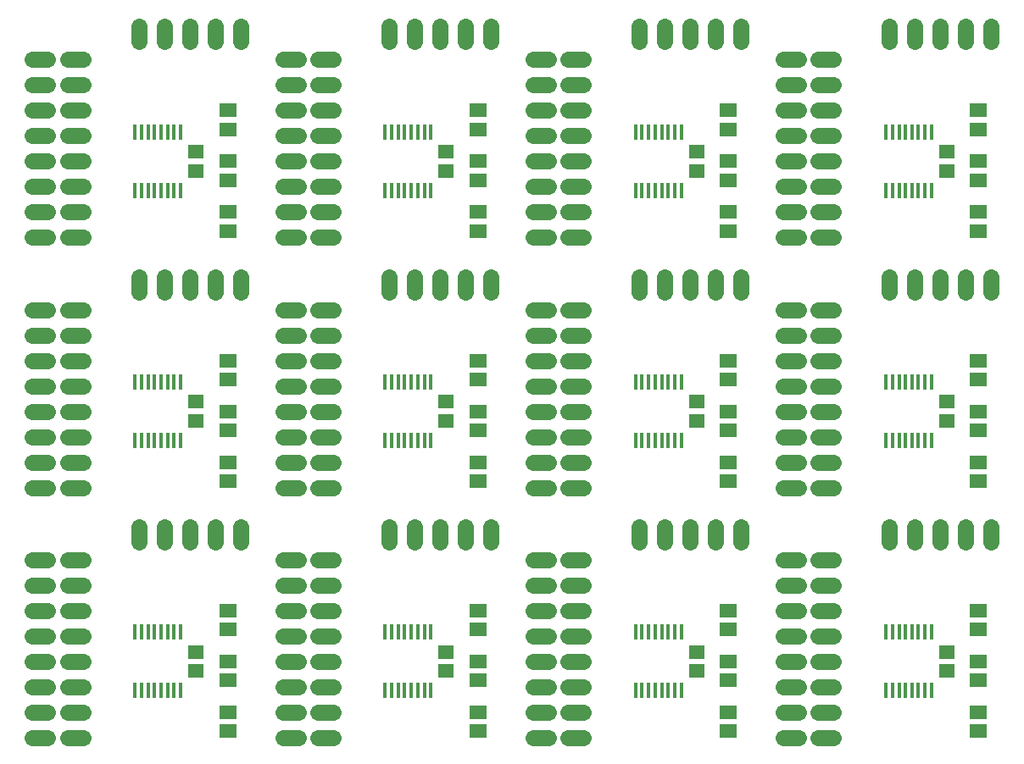
<source format=gbs>
G75*
%MOIN*%
%OFA0B0*%
%FSLAX25Y25*%
%IPPOS*%
%LPD*%
%AMOC8*
5,1,8,0,0,1.08239X$1,22.5*
%
%ADD10R,0.06306X0.05518*%
%ADD11R,0.06699X0.05518*%
%ADD12C,0.06400*%
%ADD13R,0.01800X0.06200*%
D10*
X0075750Y0035960D03*
X0075750Y0043440D03*
X0174175Y0043440D03*
X0174175Y0035960D03*
X0272600Y0035960D03*
X0272600Y0043440D03*
X0371026Y0043440D03*
X0371026Y0035960D03*
X0371026Y0134385D03*
X0371026Y0141865D03*
X0272600Y0141865D03*
X0272600Y0134385D03*
X0174175Y0134385D03*
X0174175Y0141865D03*
X0075750Y0141865D03*
X0075750Y0134385D03*
X0075750Y0232810D03*
X0075750Y0240291D03*
X0174175Y0240291D03*
X0174175Y0232810D03*
X0272600Y0232810D03*
X0272600Y0240291D03*
X0371026Y0240291D03*
X0371026Y0232810D03*
D11*
X0383526Y0236541D03*
X0383526Y0229060D03*
X0383526Y0216541D03*
X0383526Y0209060D03*
X0383526Y0249060D03*
X0383526Y0256541D03*
X0285100Y0256541D03*
X0285100Y0249060D03*
X0285100Y0236541D03*
X0285100Y0229060D03*
X0285100Y0216541D03*
X0285100Y0209060D03*
X0285100Y0158115D03*
X0285100Y0150635D03*
X0285100Y0138115D03*
X0285100Y0130635D03*
X0285100Y0118115D03*
X0285100Y0110635D03*
X0285100Y0059690D03*
X0285100Y0052210D03*
X0285100Y0039690D03*
X0285100Y0032210D03*
X0285100Y0019690D03*
X0285100Y0012210D03*
X0383526Y0012210D03*
X0383526Y0019690D03*
X0383526Y0032210D03*
X0383526Y0039690D03*
X0383526Y0052210D03*
X0383526Y0059690D03*
X0383526Y0110635D03*
X0383526Y0118115D03*
X0383526Y0130635D03*
X0383526Y0138115D03*
X0383526Y0150635D03*
X0383526Y0158115D03*
X0186675Y0158115D03*
X0186675Y0150635D03*
X0186675Y0138115D03*
X0186675Y0130635D03*
X0186675Y0118115D03*
X0186675Y0110635D03*
X0186675Y0059690D03*
X0186675Y0052210D03*
X0186675Y0039690D03*
X0186675Y0032210D03*
X0186675Y0019690D03*
X0186675Y0012210D03*
X0088250Y0012210D03*
X0088250Y0019690D03*
X0088250Y0032210D03*
X0088250Y0039690D03*
X0088250Y0052210D03*
X0088250Y0059690D03*
X0088250Y0110635D03*
X0088250Y0118115D03*
X0088250Y0130635D03*
X0088250Y0138115D03*
X0088250Y0150635D03*
X0088250Y0158115D03*
X0088250Y0209060D03*
X0088250Y0216541D03*
X0088250Y0229060D03*
X0088250Y0236541D03*
X0088250Y0249060D03*
X0088250Y0256541D03*
X0186675Y0256541D03*
X0186675Y0249060D03*
X0186675Y0236541D03*
X0186675Y0229060D03*
X0186675Y0216541D03*
X0186675Y0209060D03*
D12*
X0017500Y0009700D02*
X0011500Y0009700D01*
X0011500Y0019700D02*
X0017500Y0019700D01*
X0025250Y0019700D02*
X0031250Y0019700D01*
X0031250Y0009700D02*
X0025250Y0009700D01*
X0025250Y0029700D02*
X0031250Y0029700D01*
X0017500Y0029700D02*
X0011500Y0029700D01*
X0011500Y0039700D02*
X0017500Y0039700D01*
X0025250Y0039700D02*
X0031250Y0039700D01*
X0031250Y0049700D02*
X0025250Y0049700D01*
X0017500Y0049700D02*
X0011500Y0049700D01*
X0011500Y0059700D02*
X0017500Y0059700D01*
X0025250Y0059700D02*
X0031250Y0059700D01*
X0031250Y0069700D02*
X0025250Y0069700D01*
X0017500Y0069700D02*
X0011500Y0069700D01*
X0011500Y0079700D02*
X0017500Y0079700D01*
X0025250Y0079700D02*
X0031250Y0079700D01*
X0053250Y0086700D02*
X0053250Y0092700D01*
X0063250Y0092700D02*
X0063250Y0086700D01*
X0073250Y0086700D02*
X0073250Y0092700D01*
X0083250Y0092700D02*
X0083250Y0086700D01*
X0093250Y0086700D02*
X0093250Y0092700D01*
X0109925Y0079700D02*
X0115925Y0079700D01*
X0123675Y0079700D02*
X0129675Y0079700D01*
X0129675Y0069700D02*
X0123675Y0069700D01*
X0115925Y0069700D02*
X0109925Y0069700D01*
X0109925Y0059700D02*
X0115925Y0059700D01*
X0123675Y0059700D02*
X0129675Y0059700D01*
X0129675Y0049700D02*
X0123675Y0049700D01*
X0115925Y0049700D02*
X0109925Y0049700D01*
X0109925Y0039700D02*
X0115925Y0039700D01*
X0123675Y0039700D02*
X0129675Y0039700D01*
X0129675Y0029700D02*
X0123675Y0029700D01*
X0115925Y0029700D02*
X0109925Y0029700D01*
X0109925Y0019700D02*
X0115925Y0019700D01*
X0123675Y0019700D02*
X0129675Y0019700D01*
X0129675Y0009700D02*
X0123675Y0009700D01*
X0115925Y0009700D02*
X0109925Y0009700D01*
X0151675Y0086700D02*
X0151675Y0092700D01*
X0161675Y0092700D02*
X0161675Y0086700D01*
X0171675Y0086700D02*
X0171675Y0092700D01*
X0181675Y0092700D02*
X0181675Y0086700D01*
X0191675Y0086700D02*
X0191675Y0092700D01*
X0208350Y0079700D02*
X0214350Y0079700D01*
X0222100Y0079700D02*
X0228100Y0079700D01*
X0228100Y0069700D02*
X0222100Y0069700D01*
X0214350Y0069700D02*
X0208350Y0069700D01*
X0208350Y0059700D02*
X0214350Y0059700D01*
X0222100Y0059700D02*
X0228100Y0059700D01*
X0228100Y0049700D02*
X0222100Y0049700D01*
X0214350Y0049700D02*
X0208350Y0049700D01*
X0208350Y0039700D02*
X0214350Y0039700D01*
X0222100Y0039700D02*
X0228100Y0039700D01*
X0228100Y0029700D02*
X0222100Y0029700D01*
X0214350Y0029700D02*
X0208350Y0029700D01*
X0208350Y0019700D02*
X0214350Y0019700D01*
X0222100Y0019700D02*
X0228100Y0019700D01*
X0228100Y0009700D02*
X0222100Y0009700D01*
X0214350Y0009700D02*
X0208350Y0009700D01*
X0306776Y0009700D02*
X0312776Y0009700D01*
X0320526Y0009700D02*
X0326526Y0009700D01*
X0326526Y0019700D02*
X0320526Y0019700D01*
X0312776Y0019700D02*
X0306776Y0019700D01*
X0306776Y0029700D02*
X0312776Y0029700D01*
X0320526Y0029700D02*
X0326526Y0029700D01*
X0326526Y0039700D02*
X0320526Y0039700D01*
X0312776Y0039700D02*
X0306776Y0039700D01*
X0306776Y0049700D02*
X0312776Y0049700D01*
X0320526Y0049700D02*
X0326526Y0049700D01*
X0326526Y0059700D02*
X0320526Y0059700D01*
X0312776Y0059700D02*
X0306776Y0059700D01*
X0306776Y0069700D02*
X0312776Y0069700D01*
X0320526Y0069700D02*
X0326526Y0069700D01*
X0326526Y0079700D02*
X0320526Y0079700D01*
X0312776Y0079700D02*
X0306776Y0079700D01*
X0290100Y0086700D02*
X0290100Y0092700D01*
X0280100Y0092700D02*
X0280100Y0086700D01*
X0270100Y0086700D02*
X0270100Y0092700D01*
X0260100Y0092700D02*
X0260100Y0086700D01*
X0250100Y0086700D02*
X0250100Y0092700D01*
X0228100Y0108125D02*
X0222100Y0108125D01*
X0214350Y0108125D02*
X0208350Y0108125D01*
X0208350Y0118125D02*
X0214350Y0118125D01*
X0222100Y0118125D02*
X0228100Y0118125D01*
X0228100Y0128125D02*
X0222100Y0128125D01*
X0214350Y0128125D02*
X0208350Y0128125D01*
X0208350Y0138125D02*
X0214350Y0138125D01*
X0222100Y0138125D02*
X0228100Y0138125D01*
X0228100Y0148125D02*
X0222100Y0148125D01*
X0214350Y0148125D02*
X0208350Y0148125D01*
X0208350Y0158125D02*
X0214350Y0158125D01*
X0222100Y0158125D02*
X0228100Y0158125D01*
X0228100Y0168125D02*
X0222100Y0168125D01*
X0214350Y0168125D02*
X0208350Y0168125D01*
X0208350Y0178125D02*
X0214350Y0178125D01*
X0222100Y0178125D02*
X0228100Y0178125D01*
X0250100Y0185125D02*
X0250100Y0191125D01*
X0260100Y0191125D02*
X0260100Y0185125D01*
X0270100Y0185125D02*
X0270100Y0191125D01*
X0280100Y0191125D02*
X0280100Y0185125D01*
X0290100Y0185125D02*
X0290100Y0191125D01*
X0306776Y0178125D02*
X0312776Y0178125D01*
X0320526Y0178125D02*
X0326526Y0178125D01*
X0326526Y0168125D02*
X0320526Y0168125D01*
X0312776Y0168125D02*
X0306776Y0168125D01*
X0306776Y0158125D02*
X0312776Y0158125D01*
X0320526Y0158125D02*
X0326526Y0158125D01*
X0326526Y0148125D02*
X0320526Y0148125D01*
X0312776Y0148125D02*
X0306776Y0148125D01*
X0306776Y0138125D02*
X0312776Y0138125D01*
X0320526Y0138125D02*
X0326526Y0138125D01*
X0326526Y0128125D02*
X0320526Y0128125D01*
X0312776Y0128125D02*
X0306776Y0128125D01*
X0306776Y0118125D02*
X0312776Y0118125D01*
X0320526Y0118125D02*
X0326526Y0118125D01*
X0326526Y0108125D02*
X0320526Y0108125D01*
X0312776Y0108125D02*
X0306776Y0108125D01*
X0348526Y0092700D02*
X0348526Y0086700D01*
X0358526Y0086700D02*
X0358526Y0092700D01*
X0368526Y0092700D02*
X0368526Y0086700D01*
X0378526Y0086700D02*
X0378526Y0092700D01*
X0388526Y0092700D02*
X0388526Y0086700D01*
X0388526Y0185125D02*
X0388526Y0191125D01*
X0378526Y0191125D02*
X0378526Y0185125D01*
X0368526Y0185125D02*
X0368526Y0191125D01*
X0358526Y0191125D02*
X0358526Y0185125D01*
X0348526Y0185125D02*
X0348526Y0191125D01*
X0326526Y0206550D02*
X0320526Y0206550D01*
X0312776Y0206550D02*
X0306776Y0206550D01*
X0306776Y0216550D02*
X0312776Y0216550D01*
X0320526Y0216550D02*
X0326526Y0216550D01*
X0326526Y0226550D02*
X0320526Y0226550D01*
X0312776Y0226550D02*
X0306776Y0226550D01*
X0306776Y0236550D02*
X0312776Y0236550D01*
X0320526Y0236550D02*
X0326526Y0236550D01*
X0326526Y0246550D02*
X0320526Y0246550D01*
X0312776Y0246550D02*
X0306776Y0246550D01*
X0306776Y0256550D02*
X0312776Y0256550D01*
X0320526Y0256550D02*
X0326526Y0256550D01*
X0326526Y0266550D02*
X0320526Y0266550D01*
X0312776Y0266550D02*
X0306776Y0266550D01*
X0306776Y0276550D02*
X0312776Y0276550D01*
X0320526Y0276550D02*
X0326526Y0276550D01*
X0348526Y0283550D02*
X0348526Y0289550D01*
X0358526Y0289550D02*
X0358526Y0283550D01*
X0368526Y0283550D02*
X0368526Y0289550D01*
X0378526Y0289550D02*
X0378526Y0283550D01*
X0388526Y0283550D02*
X0388526Y0289550D01*
X0290100Y0289550D02*
X0290100Y0283550D01*
X0280100Y0283550D02*
X0280100Y0289550D01*
X0270100Y0289550D02*
X0270100Y0283550D01*
X0260100Y0283550D02*
X0260100Y0289550D01*
X0250100Y0289550D02*
X0250100Y0283550D01*
X0228100Y0276550D02*
X0222100Y0276550D01*
X0214350Y0276550D02*
X0208350Y0276550D01*
X0208350Y0266550D02*
X0214350Y0266550D01*
X0222100Y0266550D02*
X0228100Y0266550D01*
X0228100Y0256550D02*
X0222100Y0256550D01*
X0214350Y0256550D02*
X0208350Y0256550D01*
X0208350Y0246550D02*
X0214350Y0246550D01*
X0222100Y0246550D02*
X0228100Y0246550D01*
X0228100Y0236550D02*
X0222100Y0236550D01*
X0214350Y0236550D02*
X0208350Y0236550D01*
X0208350Y0226550D02*
X0214350Y0226550D01*
X0222100Y0226550D02*
X0228100Y0226550D01*
X0228100Y0216550D02*
X0222100Y0216550D01*
X0214350Y0216550D02*
X0208350Y0216550D01*
X0208350Y0206550D02*
X0214350Y0206550D01*
X0222100Y0206550D02*
X0228100Y0206550D01*
X0191675Y0191125D02*
X0191675Y0185125D01*
X0181675Y0185125D02*
X0181675Y0191125D01*
X0171675Y0191125D02*
X0171675Y0185125D01*
X0161675Y0185125D02*
X0161675Y0191125D01*
X0151675Y0191125D02*
X0151675Y0185125D01*
X0129675Y0178125D02*
X0123675Y0178125D01*
X0115925Y0178125D02*
X0109925Y0178125D01*
X0109925Y0168125D02*
X0115925Y0168125D01*
X0123675Y0168125D02*
X0129675Y0168125D01*
X0129675Y0158125D02*
X0123675Y0158125D01*
X0115925Y0158125D02*
X0109925Y0158125D01*
X0109925Y0148125D02*
X0115925Y0148125D01*
X0123675Y0148125D02*
X0129675Y0148125D01*
X0129675Y0138125D02*
X0123675Y0138125D01*
X0115925Y0138125D02*
X0109925Y0138125D01*
X0109925Y0128125D02*
X0115925Y0128125D01*
X0123675Y0128125D02*
X0129675Y0128125D01*
X0129675Y0118125D02*
X0123675Y0118125D01*
X0115925Y0118125D02*
X0109925Y0118125D01*
X0109925Y0108125D02*
X0115925Y0108125D01*
X0123675Y0108125D02*
X0129675Y0108125D01*
X0031250Y0108125D02*
X0025250Y0108125D01*
X0017500Y0108125D02*
X0011500Y0108125D01*
X0011500Y0118125D02*
X0017500Y0118125D01*
X0025250Y0118125D02*
X0031250Y0118125D01*
X0031250Y0128125D02*
X0025250Y0128125D01*
X0017500Y0128125D02*
X0011500Y0128125D01*
X0011500Y0138125D02*
X0017500Y0138125D01*
X0025250Y0138125D02*
X0031250Y0138125D01*
X0031250Y0148125D02*
X0025250Y0148125D01*
X0017500Y0148125D02*
X0011500Y0148125D01*
X0011500Y0158125D02*
X0017500Y0158125D01*
X0025250Y0158125D02*
X0031250Y0158125D01*
X0031250Y0168125D02*
X0025250Y0168125D01*
X0017500Y0168125D02*
X0011500Y0168125D01*
X0011500Y0178125D02*
X0017500Y0178125D01*
X0025250Y0178125D02*
X0031250Y0178125D01*
X0053250Y0185125D02*
X0053250Y0191125D01*
X0063250Y0191125D02*
X0063250Y0185125D01*
X0073250Y0185125D02*
X0073250Y0191125D01*
X0083250Y0191125D02*
X0083250Y0185125D01*
X0093250Y0185125D02*
X0093250Y0191125D01*
X0109925Y0206550D02*
X0115925Y0206550D01*
X0123675Y0206550D02*
X0129675Y0206550D01*
X0129675Y0216550D02*
X0123675Y0216550D01*
X0115925Y0216550D02*
X0109925Y0216550D01*
X0109925Y0226550D02*
X0115925Y0226550D01*
X0123675Y0226550D02*
X0129675Y0226550D01*
X0129675Y0236550D02*
X0123675Y0236550D01*
X0115925Y0236550D02*
X0109925Y0236550D01*
X0109925Y0246550D02*
X0115925Y0246550D01*
X0123675Y0246550D02*
X0129675Y0246550D01*
X0129675Y0256550D02*
X0123675Y0256550D01*
X0115925Y0256550D02*
X0109925Y0256550D01*
X0109925Y0266550D02*
X0115925Y0266550D01*
X0123675Y0266550D02*
X0129675Y0266550D01*
X0129675Y0276550D02*
X0123675Y0276550D01*
X0115925Y0276550D02*
X0109925Y0276550D01*
X0093250Y0283550D02*
X0093250Y0289550D01*
X0083250Y0289550D02*
X0083250Y0283550D01*
X0073250Y0283550D02*
X0073250Y0289550D01*
X0063250Y0289550D02*
X0063250Y0283550D01*
X0053250Y0283550D02*
X0053250Y0289550D01*
X0031250Y0276550D02*
X0025250Y0276550D01*
X0017500Y0276550D02*
X0011500Y0276550D01*
X0011500Y0266550D02*
X0017500Y0266550D01*
X0025250Y0266550D02*
X0031250Y0266550D01*
X0031250Y0256550D02*
X0025250Y0256550D01*
X0017500Y0256550D02*
X0011500Y0256550D01*
X0011500Y0246550D02*
X0017500Y0246550D01*
X0025250Y0246550D02*
X0031250Y0246550D01*
X0031250Y0236550D02*
X0025250Y0236550D01*
X0017500Y0236550D02*
X0011500Y0236550D01*
X0011500Y0226550D02*
X0017500Y0226550D01*
X0025250Y0226550D02*
X0031250Y0226550D01*
X0031250Y0216550D02*
X0025250Y0216550D01*
X0017500Y0216550D02*
X0011500Y0216550D01*
X0011500Y0206550D02*
X0017500Y0206550D01*
X0025250Y0206550D02*
X0031250Y0206550D01*
X0151675Y0283550D02*
X0151675Y0289550D01*
X0161675Y0289550D02*
X0161675Y0283550D01*
X0171675Y0283550D02*
X0171675Y0289550D01*
X0181675Y0289550D02*
X0181675Y0283550D01*
X0191675Y0283550D02*
X0191675Y0289550D01*
D13*
X0168175Y0248050D03*
X0165575Y0248050D03*
X0162975Y0248050D03*
X0160475Y0248050D03*
X0157875Y0248050D03*
X0155375Y0248050D03*
X0152775Y0248050D03*
X0150175Y0248050D03*
X0150175Y0225050D03*
X0152775Y0225050D03*
X0155375Y0225050D03*
X0157875Y0225050D03*
X0160475Y0225050D03*
X0162975Y0225050D03*
X0165575Y0225050D03*
X0168175Y0225050D03*
X0248600Y0225050D03*
X0251200Y0225050D03*
X0253800Y0225050D03*
X0256300Y0225050D03*
X0258900Y0225050D03*
X0261400Y0225050D03*
X0264000Y0225050D03*
X0266600Y0225050D03*
X0266600Y0248050D03*
X0264000Y0248050D03*
X0261400Y0248050D03*
X0258900Y0248050D03*
X0256300Y0248050D03*
X0253800Y0248050D03*
X0251200Y0248050D03*
X0248600Y0248050D03*
X0347026Y0248050D03*
X0349626Y0248050D03*
X0352226Y0248050D03*
X0354726Y0248050D03*
X0357326Y0248050D03*
X0359826Y0248050D03*
X0362426Y0248050D03*
X0365026Y0248050D03*
X0365026Y0225050D03*
X0362426Y0225050D03*
X0359826Y0225050D03*
X0357326Y0225050D03*
X0354726Y0225050D03*
X0352226Y0225050D03*
X0349626Y0225050D03*
X0347026Y0225050D03*
X0347026Y0149625D03*
X0349626Y0149625D03*
X0352226Y0149625D03*
X0354726Y0149625D03*
X0357326Y0149625D03*
X0359826Y0149625D03*
X0362426Y0149625D03*
X0365026Y0149625D03*
X0365026Y0126625D03*
X0362426Y0126625D03*
X0359826Y0126625D03*
X0357326Y0126625D03*
X0354726Y0126625D03*
X0352226Y0126625D03*
X0349626Y0126625D03*
X0347026Y0126625D03*
X0266600Y0126625D03*
X0264000Y0126625D03*
X0261400Y0126625D03*
X0258900Y0126625D03*
X0256300Y0126625D03*
X0253800Y0126625D03*
X0251200Y0126625D03*
X0248600Y0126625D03*
X0248600Y0149625D03*
X0251200Y0149625D03*
X0253800Y0149625D03*
X0256300Y0149625D03*
X0258900Y0149625D03*
X0261400Y0149625D03*
X0264000Y0149625D03*
X0266600Y0149625D03*
X0168175Y0149625D03*
X0165575Y0149625D03*
X0162975Y0149625D03*
X0160475Y0149625D03*
X0157875Y0149625D03*
X0155375Y0149625D03*
X0152775Y0149625D03*
X0150175Y0149625D03*
X0150175Y0126625D03*
X0152775Y0126625D03*
X0155375Y0126625D03*
X0157875Y0126625D03*
X0160475Y0126625D03*
X0162975Y0126625D03*
X0165575Y0126625D03*
X0168175Y0126625D03*
X0168175Y0051200D03*
X0165575Y0051200D03*
X0162975Y0051200D03*
X0160475Y0051200D03*
X0157875Y0051200D03*
X0155375Y0051200D03*
X0152775Y0051200D03*
X0150175Y0051200D03*
X0150175Y0028200D03*
X0152775Y0028200D03*
X0155375Y0028200D03*
X0157875Y0028200D03*
X0160475Y0028200D03*
X0162975Y0028200D03*
X0165575Y0028200D03*
X0168175Y0028200D03*
X0248600Y0028200D03*
X0251200Y0028200D03*
X0253800Y0028200D03*
X0256300Y0028200D03*
X0258900Y0028200D03*
X0261400Y0028200D03*
X0264000Y0028200D03*
X0266600Y0028200D03*
X0266600Y0051200D03*
X0264000Y0051200D03*
X0261400Y0051200D03*
X0258900Y0051200D03*
X0256300Y0051200D03*
X0253800Y0051200D03*
X0251200Y0051200D03*
X0248600Y0051200D03*
X0347026Y0051200D03*
X0349626Y0051200D03*
X0352226Y0051200D03*
X0354726Y0051200D03*
X0357326Y0051200D03*
X0359826Y0051200D03*
X0362426Y0051200D03*
X0365026Y0051200D03*
X0365026Y0028200D03*
X0362426Y0028200D03*
X0359826Y0028200D03*
X0357326Y0028200D03*
X0354726Y0028200D03*
X0352226Y0028200D03*
X0349626Y0028200D03*
X0347026Y0028200D03*
X0069750Y0028200D03*
X0067150Y0028200D03*
X0064550Y0028200D03*
X0062050Y0028200D03*
X0059450Y0028200D03*
X0056950Y0028200D03*
X0054350Y0028200D03*
X0051750Y0028200D03*
X0051750Y0051200D03*
X0054350Y0051200D03*
X0056950Y0051200D03*
X0059450Y0051200D03*
X0062050Y0051200D03*
X0064550Y0051200D03*
X0067150Y0051200D03*
X0069750Y0051200D03*
X0069750Y0126625D03*
X0067150Y0126625D03*
X0064550Y0126625D03*
X0062050Y0126625D03*
X0059450Y0126625D03*
X0056950Y0126625D03*
X0054350Y0126625D03*
X0051750Y0126625D03*
X0051750Y0149625D03*
X0054350Y0149625D03*
X0056950Y0149625D03*
X0059450Y0149625D03*
X0062050Y0149625D03*
X0064550Y0149625D03*
X0067150Y0149625D03*
X0069750Y0149625D03*
X0069750Y0225050D03*
X0067150Y0225050D03*
X0064550Y0225050D03*
X0062050Y0225050D03*
X0059450Y0225050D03*
X0056950Y0225050D03*
X0054350Y0225050D03*
X0051750Y0225050D03*
X0051750Y0248050D03*
X0054350Y0248050D03*
X0056950Y0248050D03*
X0059450Y0248050D03*
X0062050Y0248050D03*
X0064550Y0248050D03*
X0067150Y0248050D03*
X0069750Y0248050D03*
M02*

</source>
